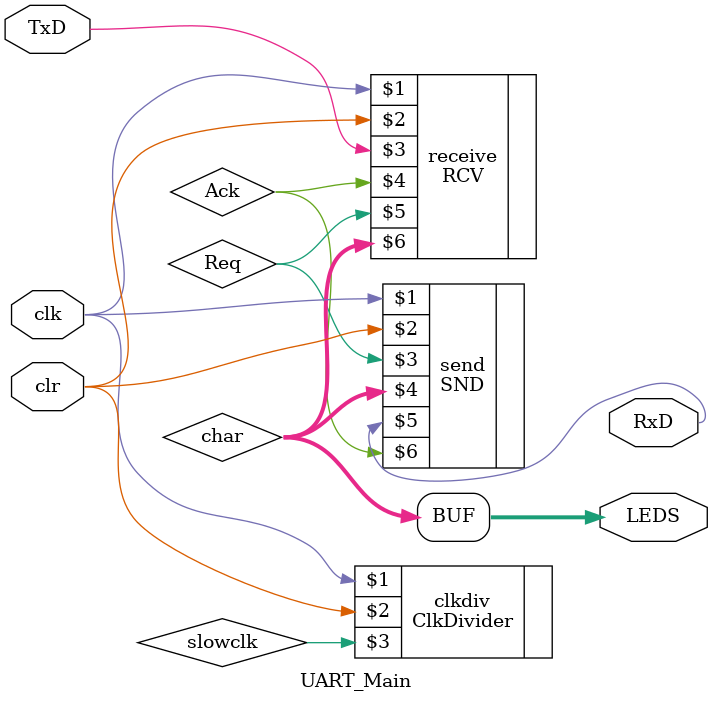
<source format=v>
`timescale 1ns / 1ps
module UART_Main(
    input TxD,
    input clk,
    input clr,
    output [7:0] LEDS,
    output RxD
    );
	
	wire slowclk;
	wire Ack, Req;
	wire [7:0] char;
	
	// Wire everything together.
	ClkDivider clkdiv(clk, clr, slowclk);
	// Comment these out to run test bench
	/*RCV receive(slowclk, clr, TxD, Ack, Req, char);
	SND send(slowclk, clr, Req, char, RxD, Ack);*/
	
	// Uncomment to run test bench
	RCV receive(clk, clr, TxD, Ack, Req, char);
	SND send(clk, clr, Req, char, RxD, Ack);

	assign LEDS = char;
endmodule

</source>
